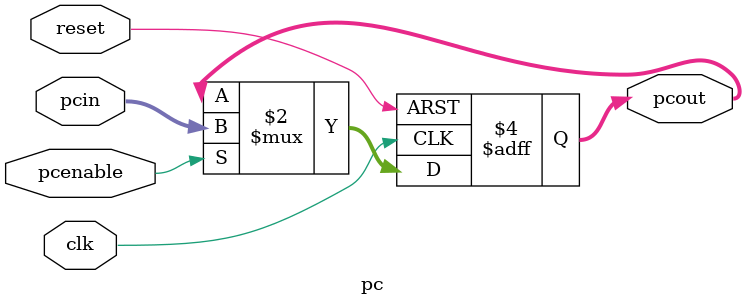
<source format=v>
module pc(clk,reset,pcin,pcout,pcenable);
	input clk,reset,pcenable;
	input [31:0] pcin;
	output [31:0] pcout;
	reg [31:0] pcout;
	always@(posedge clk or posedge reset)
	begin
	 if(reset)
	  pcout<=8'h00000000;
	 else if(pcenable)
	  pcout<=pcin;
	end
endmodule
</source>
